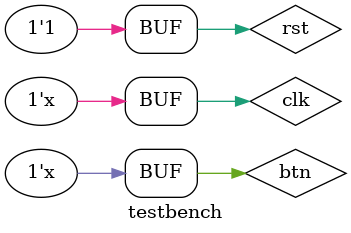
<source format=v>
`timescale 10ns / 10ps


module testbench();
    
reg clk, rst, btn;

wire [7:0] seg_data;
wire [7:0] seg_sel;

seg_array sa(clk, rst, btn, seg_data, seg_sel);

initial  begin
    clk = 0;
    rst = 0;
    btn = 0;
    #4 rst = 1;  
    
end

always begin
    #1 clk <= ~clk;
end

always begin
    #24 //delay
    #1 btn <= ~btn;
    #1 btn <= ~btn;
end
endmodule
</source>
